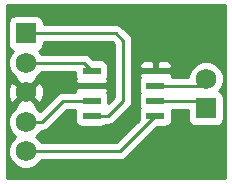
<source format=gbr>
%TF.GenerationSoftware,KiCad,Pcbnew,4.0.4-stable*%
%TF.CreationDate,2016-10-13T01:50:32+03:00*%
%TF.ProjectId,CAN bus transceiver v2,43414E20627573207472616E73636569,rev?*%
%TF.FileFunction,Copper,L1,Top,Signal*%
%FSLAX46Y46*%
G04 Gerber Fmt 4.6, Leading zero omitted, Abs format (unit mm)*
G04 Created by KiCad (PCBNEW 4.0.4-stable) date Thu Oct 13 01:50:32 2016*
%MOMM*%
%LPD*%
G01*
G04 APERTURE LIST*
%ADD10C,0.100000*%
%ADD11R,1.750000X1.750000*%
%ADD12C,1.750000*%
%ADD13R,1.550000X0.600000*%
%ADD14C,0.250000*%
%ADD15C,0.254000*%
G04 APERTURE END LIST*
D10*
D11*
X29464000Y-27178000D03*
D12*
X29464000Y-29678000D03*
X29464000Y-32178000D03*
X29464000Y-34678000D03*
X29464000Y-37178000D03*
D11*
X44704000Y-33528000D03*
D12*
X44704000Y-31028000D03*
D13*
X35019000Y-30353000D03*
X35019000Y-31623000D03*
X35019000Y-32893000D03*
X35019000Y-34163000D03*
X40419000Y-34163000D03*
X40419000Y-32893000D03*
X40419000Y-31623000D03*
X40419000Y-30353000D03*
D14*
X35019000Y-34163000D02*
X36449000Y-34163000D01*
X37084000Y-27178000D02*
X29464000Y-27178000D01*
X37719000Y-27813000D02*
X37084000Y-27178000D01*
X37719000Y-32893000D02*
X37719000Y-27813000D01*
X36449000Y-34163000D02*
X37719000Y-32893000D01*
X29464000Y-29678000D02*
X34344000Y-29678000D01*
X34344000Y-29678000D02*
X35019000Y-30353000D01*
X40419000Y-32893000D02*
X44069000Y-32893000D01*
X44069000Y-32893000D02*
X44704000Y-33528000D01*
X40419000Y-31623000D02*
X44109000Y-31623000D01*
X44109000Y-31623000D02*
X44704000Y-31028000D01*
X29464000Y-34678000D02*
X30854000Y-34678000D01*
X32639000Y-32893000D02*
X35019000Y-32893000D01*
X30854000Y-34678000D02*
X32639000Y-32893000D01*
X29464000Y-37178000D02*
X37404000Y-37178000D01*
X37404000Y-37178000D02*
X40419000Y-34163000D01*
D15*
G36*
X46305000Y-39447000D02*
X27863000Y-39447000D01*
X27863000Y-31943306D01*
X27942410Y-31943306D01*
X27968421Y-32543458D01*
X28148047Y-32977116D01*
X28401940Y-33060455D01*
X29284395Y-32178000D01*
X29643605Y-32178000D01*
X30526060Y-33060455D01*
X30779953Y-32977116D01*
X30985590Y-32412694D01*
X30959579Y-31812542D01*
X30779953Y-31378884D01*
X30526060Y-31295545D01*
X29643605Y-32178000D01*
X29284395Y-32178000D01*
X28401940Y-31295545D01*
X28148047Y-31378884D01*
X27942410Y-31943306D01*
X27863000Y-31943306D01*
X27863000Y-26303000D01*
X27941560Y-26303000D01*
X27941560Y-28053000D01*
X27985838Y-28288317D01*
X28124910Y-28504441D01*
X28337110Y-28649431D01*
X28353676Y-28652786D01*
X28184630Y-28821537D01*
X27954262Y-29376325D01*
X27953738Y-29977040D01*
X28183138Y-30532229D01*
X28607537Y-30957370D01*
X28630469Y-30966892D01*
X28581545Y-31115940D01*
X29464000Y-31998395D01*
X30346455Y-31115940D01*
X30297682Y-30967352D01*
X30318229Y-30958862D01*
X30743370Y-30534463D01*
X30783425Y-30438000D01*
X33596560Y-30438000D01*
X33596560Y-30653000D01*
X33640838Y-30888317D01*
X33699178Y-30978980D01*
X33609000Y-31196690D01*
X33609000Y-31337250D01*
X33767750Y-31496000D01*
X34892000Y-31496000D01*
X34892000Y-31476000D01*
X35146000Y-31476000D01*
X35146000Y-31496000D01*
X36270250Y-31496000D01*
X36429000Y-31337250D01*
X36429000Y-31196690D01*
X36339194Y-30979878D01*
X36390431Y-30904890D01*
X36441440Y-30653000D01*
X36441440Y-30053000D01*
X36397162Y-29817683D01*
X36258090Y-29601559D01*
X36045890Y-29456569D01*
X35794000Y-29405560D01*
X35146362Y-29405560D01*
X34881401Y-29140599D01*
X34634839Y-28975852D01*
X34344000Y-28918000D01*
X30783797Y-28918000D01*
X30744862Y-28823771D01*
X30576283Y-28654897D01*
X30790441Y-28517090D01*
X30935431Y-28304890D01*
X30986440Y-28053000D01*
X30986440Y-27938000D01*
X36769198Y-27938000D01*
X36959000Y-28127802D01*
X36959000Y-32578198D01*
X36441440Y-33095758D01*
X36441440Y-32593000D01*
X36397162Y-32357683D01*
X36338822Y-32267020D01*
X36429000Y-32049310D01*
X36429000Y-31908750D01*
X36270250Y-31750000D01*
X35146000Y-31750000D01*
X35146000Y-31770000D01*
X34892000Y-31770000D01*
X34892000Y-31750000D01*
X33767750Y-31750000D01*
X33609000Y-31908750D01*
X33609000Y-32049310D01*
X33643666Y-32133000D01*
X32639000Y-32133000D01*
X32348160Y-32190852D01*
X32101599Y-32355599D01*
X30689193Y-33768005D01*
X30320463Y-33398630D01*
X30297531Y-33389108D01*
X30346455Y-33240060D01*
X29464000Y-32357605D01*
X28581545Y-33240060D01*
X28630318Y-33388648D01*
X28609771Y-33397138D01*
X28184630Y-33821537D01*
X27954262Y-34376325D01*
X27953738Y-34977040D01*
X28183138Y-35532229D01*
X28578536Y-35928318D01*
X28184630Y-36321537D01*
X27954262Y-36876325D01*
X27953738Y-37477040D01*
X28183138Y-38032229D01*
X28607537Y-38457370D01*
X29162325Y-38687738D01*
X29763040Y-38688262D01*
X30318229Y-38458862D01*
X30743370Y-38034463D01*
X30783425Y-37938000D01*
X37404000Y-37938000D01*
X37694839Y-37880148D01*
X37941401Y-37715401D01*
X40546362Y-35110440D01*
X41194000Y-35110440D01*
X41429317Y-35066162D01*
X41645441Y-34927090D01*
X41790431Y-34714890D01*
X41841440Y-34463000D01*
X41841440Y-33863000D01*
X41801926Y-33653000D01*
X43181560Y-33653000D01*
X43181560Y-34403000D01*
X43225838Y-34638317D01*
X43364910Y-34854441D01*
X43577110Y-34999431D01*
X43829000Y-35050440D01*
X45579000Y-35050440D01*
X45814317Y-35006162D01*
X46030441Y-34867090D01*
X46175431Y-34654890D01*
X46226440Y-34403000D01*
X46226440Y-32653000D01*
X46182162Y-32417683D01*
X46043090Y-32201559D01*
X45830890Y-32056569D01*
X45814324Y-32053214D01*
X45983370Y-31884463D01*
X46213738Y-31329675D01*
X46214262Y-30728960D01*
X45984862Y-30173771D01*
X45560463Y-29748630D01*
X45005675Y-29518262D01*
X44404960Y-29517738D01*
X43849771Y-29747138D01*
X43424630Y-30171537D01*
X43194262Y-30726325D01*
X43194143Y-30863000D01*
X41794334Y-30863000D01*
X41829000Y-30779310D01*
X41829000Y-30638750D01*
X41670250Y-30480000D01*
X40546000Y-30480000D01*
X40546000Y-30500000D01*
X40292000Y-30500000D01*
X40292000Y-30480000D01*
X39167750Y-30480000D01*
X39009000Y-30638750D01*
X39009000Y-30779310D01*
X39098806Y-30996122D01*
X39047569Y-31071110D01*
X38996560Y-31323000D01*
X38996560Y-31923000D01*
X39040838Y-32158317D01*
X39104678Y-32257528D01*
X39047569Y-32341110D01*
X38996560Y-32593000D01*
X38996560Y-33193000D01*
X39040838Y-33428317D01*
X39104678Y-33527528D01*
X39047569Y-33611110D01*
X38996560Y-33863000D01*
X38996560Y-34463000D01*
X39004104Y-34503094D01*
X37089198Y-36418000D01*
X30783797Y-36418000D01*
X30744862Y-36323771D01*
X30349464Y-35927682D01*
X30743370Y-35534463D01*
X30783425Y-35438000D01*
X30854000Y-35438000D01*
X31144839Y-35380148D01*
X31391401Y-35215401D01*
X32953802Y-33653000D01*
X33639086Y-33653000D01*
X33596560Y-33863000D01*
X33596560Y-34463000D01*
X33640838Y-34698317D01*
X33779910Y-34914441D01*
X33992110Y-35059431D01*
X34244000Y-35110440D01*
X35794000Y-35110440D01*
X36029317Y-35066162D01*
X36245441Y-34927090D01*
X36248236Y-34923000D01*
X36449000Y-34923000D01*
X36739839Y-34865148D01*
X36986401Y-34700401D01*
X38256401Y-33430401D01*
X38421148Y-33183840D01*
X38479000Y-32893000D01*
X38479000Y-29926690D01*
X39009000Y-29926690D01*
X39009000Y-30067250D01*
X39167750Y-30226000D01*
X40292000Y-30226000D01*
X40292000Y-29576750D01*
X40546000Y-29576750D01*
X40546000Y-30226000D01*
X41670250Y-30226000D01*
X41829000Y-30067250D01*
X41829000Y-29926690D01*
X41732327Y-29693301D01*
X41553698Y-29514673D01*
X41320309Y-29418000D01*
X40704750Y-29418000D01*
X40546000Y-29576750D01*
X40292000Y-29576750D01*
X40133250Y-29418000D01*
X39517691Y-29418000D01*
X39284302Y-29514673D01*
X39105673Y-29693301D01*
X39009000Y-29926690D01*
X38479000Y-29926690D01*
X38479000Y-27813000D01*
X38421148Y-27522161D01*
X38256401Y-27275599D01*
X37621401Y-26640599D01*
X37374839Y-26475852D01*
X37084000Y-26418000D01*
X30986440Y-26418000D01*
X30986440Y-26303000D01*
X30942162Y-26067683D01*
X30803090Y-25851559D01*
X30590890Y-25706569D01*
X30339000Y-25655560D01*
X28589000Y-25655560D01*
X28353683Y-25699838D01*
X28137559Y-25838910D01*
X27992569Y-26051110D01*
X27941560Y-26303000D01*
X27863000Y-26303000D01*
X27863000Y-24815000D01*
X46305000Y-24815000D01*
X46305000Y-39447000D01*
X46305000Y-39447000D01*
G37*
X46305000Y-39447000D02*
X27863000Y-39447000D01*
X27863000Y-31943306D01*
X27942410Y-31943306D01*
X27968421Y-32543458D01*
X28148047Y-32977116D01*
X28401940Y-33060455D01*
X29284395Y-32178000D01*
X29643605Y-32178000D01*
X30526060Y-33060455D01*
X30779953Y-32977116D01*
X30985590Y-32412694D01*
X30959579Y-31812542D01*
X30779953Y-31378884D01*
X30526060Y-31295545D01*
X29643605Y-32178000D01*
X29284395Y-32178000D01*
X28401940Y-31295545D01*
X28148047Y-31378884D01*
X27942410Y-31943306D01*
X27863000Y-31943306D01*
X27863000Y-26303000D01*
X27941560Y-26303000D01*
X27941560Y-28053000D01*
X27985838Y-28288317D01*
X28124910Y-28504441D01*
X28337110Y-28649431D01*
X28353676Y-28652786D01*
X28184630Y-28821537D01*
X27954262Y-29376325D01*
X27953738Y-29977040D01*
X28183138Y-30532229D01*
X28607537Y-30957370D01*
X28630469Y-30966892D01*
X28581545Y-31115940D01*
X29464000Y-31998395D01*
X30346455Y-31115940D01*
X30297682Y-30967352D01*
X30318229Y-30958862D01*
X30743370Y-30534463D01*
X30783425Y-30438000D01*
X33596560Y-30438000D01*
X33596560Y-30653000D01*
X33640838Y-30888317D01*
X33699178Y-30978980D01*
X33609000Y-31196690D01*
X33609000Y-31337250D01*
X33767750Y-31496000D01*
X34892000Y-31496000D01*
X34892000Y-31476000D01*
X35146000Y-31476000D01*
X35146000Y-31496000D01*
X36270250Y-31496000D01*
X36429000Y-31337250D01*
X36429000Y-31196690D01*
X36339194Y-30979878D01*
X36390431Y-30904890D01*
X36441440Y-30653000D01*
X36441440Y-30053000D01*
X36397162Y-29817683D01*
X36258090Y-29601559D01*
X36045890Y-29456569D01*
X35794000Y-29405560D01*
X35146362Y-29405560D01*
X34881401Y-29140599D01*
X34634839Y-28975852D01*
X34344000Y-28918000D01*
X30783797Y-28918000D01*
X30744862Y-28823771D01*
X30576283Y-28654897D01*
X30790441Y-28517090D01*
X30935431Y-28304890D01*
X30986440Y-28053000D01*
X30986440Y-27938000D01*
X36769198Y-27938000D01*
X36959000Y-28127802D01*
X36959000Y-32578198D01*
X36441440Y-33095758D01*
X36441440Y-32593000D01*
X36397162Y-32357683D01*
X36338822Y-32267020D01*
X36429000Y-32049310D01*
X36429000Y-31908750D01*
X36270250Y-31750000D01*
X35146000Y-31750000D01*
X35146000Y-31770000D01*
X34892000Y-31770000D01*
X34892000Y-31750000D01*
X33767750Y-31750000D01*
X33609000Y-31908750D01*
X33609000Y-32049310D01*
X33643666Y-32133000D01*
X32639000Y-32133000D01*
X32348160Y-32190852D01*
X32101599Y-32355599D01*
X30689193Y-33768005D01*
X30320463Y-33398630D01*
X30297531Y-33389108D01*
X30346455Y-33240060D01*
X29464000Y-32357605D01*
X28581545Y-33240060D01*
X28630318Y-33388648D01*
X28609771Y-33397138D01*
X28184630Y-33821537D01*
X27954262Y-34376325D01*
X27953738Y-34977040D01*
X28183138Y-35532229D01*
X28578536Y-35928318D01*
X28184630Y-36321537D01*
X27954262Y-36876325D01*
X27953738Y-37477040D01*
X28183138Y-38032229D01*
X28607537Y-38457370D01*
X29162325Y-38687738D01*
X29763040Y-38688262D01*
X30318229Y-38458862D01*
X30743370Y-38034463D01*
X30783425Y-37938000D01*
X37404000Y-37938000D01*
X37694839Y-37880148D01*
X37941401Y-37715401D01*
X40546362Y-35110440D01*
X41194000Y-35110440D01*
X41429317Y-35066162D01*
X41645441Y-34927090D01*
X41790431Y-34714890D01*
X41841440Y-34463000D01*
X41841440Y-33863000D01*
X41801926Y-33653000D01*
X43181560Y-33653000D01*
X43181560Y-34403000D01*
X43225838Y-34638317D01*
X43364910Y-34854441D01*
X43577110Y-34999431D01*
X43829000Y-35050440D01*
X45579000Y-35050440D01*
X45814317Y-35006162D01*
X46030441Y-34867090D01*
X46175431Y-34654890D01*
X46226440Y-34403000D01*
X46226440Y-32653000D01*
X46182162Y-32417683D01*
X46043090Y-32201559D01*
X45830890Y-32056569D01*
X45814324Y-32053214D01*
X45983370Y-31884463D01*
X46213738Y-31329675D01*
X46214262Y-30728960D01*
X45984862Y-30173771D01*
X45560463Y-29748630D01*
X45005675Y-29518262D01*
X44404960Y-29517738D01*
X43849771Y-29747138D01*
X43424630Y-30171537D01*
X43194262Y-30726325D01*
X43194143Y-30863000D01*
X41794334Y-30863000D01*
X41829000Y-30779310D01*
X41829000Y-30638750D01*
X41670250Y-30480000D01*
X40546000Y-30480000D01*
X40546000Y-30500000D01*
X40292000Y-30500000D01*
X40292000Y-30480000D01*
X39167750Y-30480000D01*
X39009000Y-30638750D01*
X39009000Y-30779310D01*
X39098806Y-30996122D01*
X39047569Y-31071110D01*
X38996560Y-31323000D01*
X38996560Y-31923000D01*
X39040838Y-32158317D01*
X39104678Y-32257528D01*
X39047569Y-32341110D01*
X38996560Y-32593000D01*
X38996560Y-33193000D01*
X39040838Y-33428317D01*
X39104678Y-33527528D01*
X39047569Y-33611110D01*
X38996560Y-33863000D01*
X38996560Y-34463000D01*
X39004104Y-34503094D01*
X37089198Y-36418000D01*
X30783797Y-36418000D01*
X30744862Y-36323771D01*
X30349464Y-35927682D01*
X30743370Y-35534463D01*
X30783425Y-35438000D01*
X30854000Y-35438000D01*
X31144839Y-35380148D01*
X31391401Y-35215401D01*
X32953802Y-33653000D01*
X33639086Y-33653000D01*
X33596560Y-33863000D01*
X33596560Y-34463000D01*
X33640838Y-34698317D01*
X33779910Y-34914441D01*
X33992110Y-35059431D01*
X34244000Y-35110440D01*
X35794000Y-35110440D01*
X36029317Y-35066162D01*
X36245441Y-34927090D01*
X36248236Y-34923000D01*
X36449000Y-34923000D01*
X36739839Y-34865148D01*
X36986401Y-34700401D01*
X38256401Y-33430401D01*
X38421148Y-33183840D01*
X38479000Y-32893000D01*
X38479000Y-29926690D01*
X39009000Y-29926690D01*
X39009000Y-30067250D01*
X39167750Y-30226000D01*
X40292000Y-30226000D01*
X40292000Y-29576750D01*
X40546000Y-29576750D01*
X40546000Y-30226000D01*
X41670250Y-30226000D01*
X41829000Y-30067250D01*
X41829000Y-29926690D01*
X41732327Y-29693301D01*
X41553698Y-29514673D01*
X41320309Y-29418000D01*
X40704750Y-29418000D01*
X40546000Y-29576750D01*
X40292000Y-29576750D01*
X40133250Y-29418000D01*
X39517691Y-29418000D01*
X39284302Y-29514673D01*
X39105673Y-29693301D01*
X39009000Y-29926690D01*
X38479000Y-29926690D01*
X38479000Y-27813000D01*
X38421148Y-27522161D01*
X38256401Y-27275599D01*
X37621401Y-26640599D01*
X37374839Y-26475852D01*
X37084000Y-26418000D01*
X30986440Y-26418000D01*
X30986440Y-26303000D01*
X30942162Y-26067683D01*
X30803090Y-25851559D01*
X30590890Y-25706569D01*
X30339000Y-25655560D01*
X28589000Y-25655560D01*
X28353683Y-25699838D01*
X28137559Y-25838910D01*
X27992569Y-26051110D01*
X27941560Y-26303000D01*
X27863000Y-26303000D01*
X27863000Y-24815000D01*
X46305000Y-24815000D01*
X46305000Y-39447000D01*
M02*

</source>
